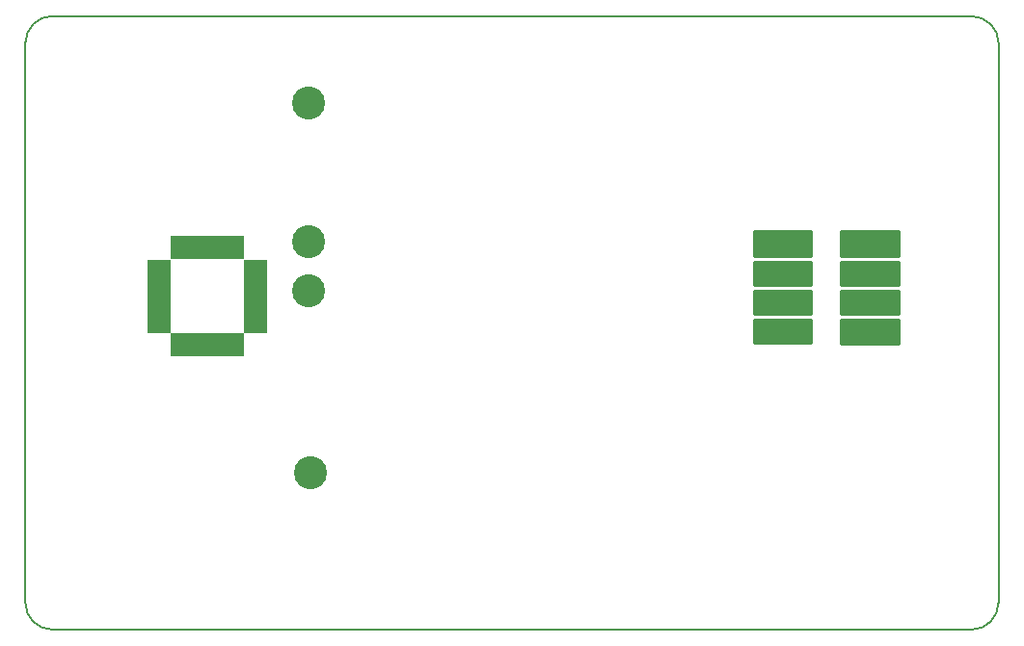
<source format=gbr>
%TF.GenerationSoftware,KiCad,Pcbnew,4.0.2+dfsg1-stable*%
%TF.CreationDate,2018-05-09T16:15:41+02:00*%
%TF.ProjectId,carte_7816,63617274655F373831362E6B69636164,rev?*%
%TF.FileFunction,Soldermask,Bot*%
%FSLAX46Y46*%
G04 Gerber Fmt 4.6, Leading zero omitted, Abs format (unit mm)*
G04 Created by KiCad (PCBNEW 4.0.2+dfsg1-stable) date mer. 09 mai 2018 16:15:41 CEST*
%MOMM*%
G01*
G04 APERTURE LIST*
%ADD10C,0.100000*%
%ADD11C,0.150000*%
%ADD12R,0.950000X2.000000*%
%ADD13R,2.000000X0.950000*%
%ADD14C,2.899360*%
%ADD15C,0.254000*%
G04 APERTURE END LIST*
D10*
D11*
X85471000Y51562000D02*
X85471000Y2413000D01*
X2413000Y0D02*
X83058000Y0D01*
X0Y51562000D02*
X0Y2413000D01*
X83058000Y53975000D02*
X2413000Y53975000D01*
X83058000Y0D02*
G75*
G03X85471000Y2413000I0J2413000D01*
G01*
X0Y2413000D02*
G75*
G03X2413000Y0I2413000J0D01*
G01*
X2413000Y53975000D02*
G75*
G03X0Y51562000I0J-2413000D01*
G01*
X85471000Y51562000D02*
G75*
G03X83058000Y53975000I-2413000J0D01*
G01*
D12*
X13202000Y33587000D03*
X14002000Y33587000D03*
X14802000Y33587000D03*
X15602000Y33587000D03*
X16402000Y33587000D03*
X17202000Y33587000D03*
X18002000Y33587000D03*
X18802000Y33587000D03*
D13*
X20252000Y32137000D03*
X20252000Y31337000D03*
X20252000Y30537000D03*
X20252000Y29737000D03*
X20252000Y28937000D03*
X20252000Y28137000D03*
X20252000Y27337000D03*
X20252000Y26537000D03*
D12*
X18802000Y25087000D03*
X18002000Y25087000D03*
X17202000Y25087000D03*
X16402000Y25087000D03*
X15602000Y25087000D03*
X14802000Y25087000D03*
X14002000Y25087000D03*
X13202000Y25087000D03*
D13*
X11752000Y26537000D03*
X11752000Y27337000D03*
X11752000Y28137000D03*
X11752000Y28937000D03*
X11752000Y29737000D03*
X11752000Y30537000D03*
X11752000Y31337000D03*
X11752000Y32137000D03*
D14*
X24892000Y46355000D03*
X24892000Y34163000D03*
X25019000Y13792200D03*
X24892000Y29819600D03*
D15*
G36*
X68961000Y32893000D02*
X64008000Y32893000D01*
X64008000Y35052000D01*
X68961000Y35052000D01*
X68961000Y32893000D01*
X68961000Y32893000D01*
G37*
X68961000Y32893000D02*
X64008000Y32893000D01*
X64008000Y35052000D01*
X68961000Y35052000D01*
X68961000Y32893000D01*
G36*
X68961000Y30353000D02*
X64008000Y30353000D01*
X64008000Y32385000D01*
X68961000Y32385000D01*
X68961000Y30353000D01*
X68961000Y30353000D01*
G37*
X68961000Y30353000D02*
X64008000Y30353000D01*
X64008000Y32385000D01*
X68961000Y32385000D01*
X68961000Y30353000D01*
G36*
X68961000Y27813000D02*
X64008000Y27813000D01*
X64008000Y29845000D01*
X68961000Y29845000D01*
X68961000Y27813000D01*
X68961000Y27813000D01*
G37*
X68961000Y27813000D02*
X64008000Y27813000D01*
X64008000Y29845000D01*
X68961000Y29845000D01*
X68961000Y27813000D01*
G36*
X68961000Y25273000D02*
X64008000Y25273000D01*
X64008000Y27305000D01*
X68961000Y27305000D01*
X68961000Y25273000D01*
X68961000Y25273000D01*
G37*
X68961000Y25273000D02*
X64008000Y25273000D01*
X64008000Y27305000D01*
X68961000Y27305000D01*
X68961000Y25273000D01*
G36*
X76708000Y32893000D02*
X71628000Y32893000D01*
X71628000Y35052000D01*
X76708000Y35052000D01*
X76708000Y32893000D01*
X76708000Y32893000D01*
G37*
X76708000Y32893000D02*
X71628000Y32893000D01*
X71628000Y35052000D01*
X76708000Y35052000D01*
X76708000Y32893000D01*
G36*
X76708000Y30353000D02*
X71628000Y30353000D01*
X71628000Y32385000D01*
X76708000Y32385000D01*
X76708000Y30353000D01*
X76708000Y30353000D01*
G37*
X76708000Y30353000D02*
X71628000Y30353000D01*
X71628000Y32385000D01*
X76708000Y32385000D01*
X76708000Y30353000D01*
G36*
X76708000Y27813000D02*
X71628000Y27813000D01*
X71628000Y29845000D01*
X76708000Y29845000D01*
X76708000Y27813000D01*
X76708000Y27813000D01*
G37*
X76708000Y27813000D02*
X71628000Y27813000D01*
X71628000Y29845000D01*
X76708000Y29845000D01*
X76708000Y27813000D01*
G36*
X76708000Y25146000D02*
X71628000Y25146000D01*
X71628000Y27305000D01*
X76708000Y27305000D01*
X76708000Y25146000D01*
X76708000Y25146000D01*
G37*
X76708000Y25146000D02*
X71628000Y25146000D01*
X71628000Y27305000D01*
X76708000Y27305000D01*
X76708000Y25146000D01*
M02*

</source>
